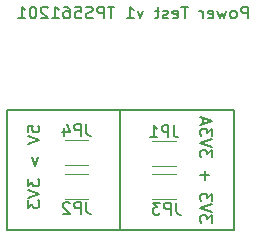
<source format=gbr>
G04 #@! TF.GenerationSoftware,KiCad,Pcbnew,(5.1.5)-3*
G04 #@! TF.CreationDate,2020-11-28T16:28:13+00:00*
G04 #@! TF.ProjectId,Retrospector_Power_Test_TPS561201,52657472-6f73-4706-9563-746f725f506f,rev?*
G04 #@! TF.SameCoordinates,Original*
G04 #@! TF.FileFunction,Legend,Bot*
G04 #@! TF.FilePolarity,Positive*
%FSLAX46Y46*%
G04 Gerber Fmt 4.6, Leading zero omitted, Abs format (unit mm)*
G04 Created by KiCad (PCBNEW (5.1.5)-3) date 2020-11-28 16:28:13*
%MOMM*%
%LPD*%
G04 APERTURE LIST*
%ADD10C,0.150000*%
%ADD11C,0.120000*%
G04 APERTURE END LIST*
D10*
X108290476Y-50852380D02*
X108290476Y-49852380D01*
X107909523Y-49852380D01*
X107814285Y-49900000D01*
X107766666Y-49947619D01*
X107719047Y-50042857D01*
X107719047Y-50185714D01*
X107766666Y-50280952D01*
X107814285Y-50328571D01*
X107909523Y-50376190D01*
X108290476Y-50376190D01*
X107147619Y-50852380D02*
X107242857Y-50804761D01*
X107290476Y-50757142D01*
X107338095Y-50661904D01*
X107338095Y-50376190D01*
X107290476Y-50280952D01*
X107242857Y-50233333D01*
X107147619Y-50185714D01*
X107004761Y-50185714D01*
X106909523Y-50233333D01*
X106861904Y-50280952D01*
X106814285Y-50376190D01*
X106814285Y-50661904D01*
X106861904Y-50757142D01*
X106909523Y-50804761D01*
X107004761Y-50852380D01*
X107147619Y-50852380D01*
X106480952Y-50185714D02*
X106290476Y-50852380D01*
X106100000Y-50376190D01*
X105909523Y-50852380D01*
X105719047Y-50185714D01*
X104957142Y-50804761D02*
X105052380Y-50852380D01*
X105242857Y-50852380D01*
X105338095Y-50804761D01*
X105385714Y-50709523D01*
X105385714Y-50328571D01*
X105338095Y-50233333D01*
X105242857Y-50185714D01*
X105052380Y-50185714D01*
X104957142Y-50233333D01*
X104909523Y-50328571D01*
X104909523Y-50423809D01*
X105385714Y-50519047D01*
X104480952Y-50852380D02*
X104480952Y-50185714D01*
X104480952Y-50376190D02*
X104433333Y-50280952D01*
X104385714Y-50233333D01*
X104290476Y-50185714D01*
X104195238Y-50185714D01*
X103242857Y-49852380D02*
X102671428Y-49852380D01*
X102957142Y-50852380D02*
X102957142Y-49852380D01*
X101957142Y-50804761D02*
X102052380Y-50852380D01*
X102242857Y-50852380D01*
X102338095Y-50804761D01*
X102385714Y-50709523D01*
X102385714Y-50328571D01*
X102338095Y-50233333D01*
X102242857Y-50185714D01*
X102052380Y-50185714D01*
X101957142Y-50233333D01*
X101909523Y-50328571D01*
X101909523Y-50423809D01*
X102385714Y-50519047D01*
X101528571Y-50804761D02*
X101433333Y-50852380D01*
X101242857Y-50852380D01*
X101147619Y-50804761D01*
X101100000Y-50709523D01*
X101100000Y-50661904D01*
X101147619Y-50566666D01*
X101242857Y-50519047D01*
X101385714Y-50519047D01*
X101480952Y-50471428D01*
X101528571Y-50376190D01*
X101528571Y-50328571D01*
X101480952Y-50233333D01*
X101385714Y-50185714D01*
X101242857Y-50185714D01*
X101147619Y-50233333D01*
X100814285Y-50185714D02*
X100433333Y-50185714D01*
X100671428Y-49852380D02*
X100671428Y-50709523D01*
X100623809Y-50804761D01*
X100528571Y-50852380D01*
X100433333Y-50852380D01*
X99433333Y-50185714D02*
X99195238Y-50852380D01*
X98957142Y-50185714D01*
X98052380Y-50852380D02*
X98623809Y-50852380D01*
X98338095Y-50852380D02*
X98338095Y-49852380D01*
X98433333Y-49995238D01*
X98528571Y-50090476D01*
X98623809Y-50138095D01*
X97004761Y-49852380D02*
X96433333Y-49852380D01*
X96719047Y-50852380D02*
X96719047Y-49852380D01*
X96100000Y-50852380D02*
X96100000Y-49852380D01*
X95719047Y-49852380D01*
X95623809Y-49900000D01*
X95576190Y-49947619D01*
X95528571Y-50042857D01*
X95528571Y-50185714D01*
X95576190Y-50280952D01*
X95623809Y-50328571D01*
X95719047Y-50376190D01*
X96100000Y-50376190D01*
X95147619Y-50804761D02*
X95004761Y-50852380D01*
X94766666Y-50852380D01*
X94671428Y-50804761D01*
X94623809Y-50757142D01*
X94576190Y-50661904D01*
X94576190Y-50566666D01*
X94623809Y-50471428D01*
X94671428Y-50423809D01*
X94766666Y-50376190D01*
X94957142Y-50328571D01*
X95052380Y-50280952D01*
X95100000Y-50233333D01*
X95147619Y-50138095D01*
X95147619Y-50042857D01*
X95100000Y-49947619D01*
X95052380Y-49900000D01*
X94957142Y-49852380D01*
X94719047Y-49852380D01*
X94576190Y-49900000D01*
X93671428Y-49852380D02*
X94147619Y-49852380D01*
X94195238Y-50328571D01*
X94147619Y-50280952D01*
X94052380Y-50233333D01*
X93814285Y-50233333D01*
X93719047Y-50280952D01*
X93671428Y-50328571D01*
X93623809Y-50423809D01*
X93623809Y-50661904D01*
X93671428Y-50757142D01*
X93719047Y-50804761D01*
X93814285Y-50852380D01*
X94052380Y-50852380D01*
X94147619Y-50804761D01*
X94195238Y-50757142D01*
X92766666Y-49852380D02*
X92957142Y-49852380D01*
X93052380Y-49900000D01*
X93100000Y-49947619D01*
X93195238Y-50090476D01*
X93242857Y-50280952D01*
X93242857Y-50661904D01*
X93195238Y-50757142D01*
X93147619Y-50804761D01*
X93052380Y-50852380D01*
X92861904Y-50852380D01*
X92766666Y-50804761D01*
X92719047Y-50757142D01*
X92671428Y-50661904D01*
X92671428Y-50423809D01*
X92719047Y-50328571D01*
X92766666Y-50280952D01*
X92861904Y-50233333D01*
X93052380Y-50233333D01*
X93147619Y-50280952D01*
X93195238Y-50328571D01*
X93242857Y-50423809D01*
X91719047Y-50852380D02*
X92290476Y-50852380D01*
X92004761Y-50852380D02*
X92004761Y-49852380D01*
X92100000Y-49995238D01*
X92195238Y-50090476D01*
X92290476Y-50138095D01*
X91338095Y-49947619D02*
X91290476Y-49900000D01*
X91195238Y-49852380D01*
X90957142Y-49852380D01*
X90861904Y-49900000D01*
X90814285Y-49947619D01*
X90766666Y-50042857D01*
X90766666Y-50138095D01*
X90814285Y-50280952D01*
X91385714Y-50852380D01*
X90766666Y-50852380D01*
X90147619Y-49852380D02*
X90052380Y-49852380D01*
X89957142Y-49900000D01*
X89909523Y-49947619D01*
X89861904Y-50042857D01*
X89814285Y-50233333D01*
X89814285Y-50471428D01*
X89861904Y-50661904D01*
X89909523Y-50757142D01*
X89957142Y-50804761D01*
X90052380Y-50852380D01*
X90147619Y-50852380D01*
X90242857Y-50804761D01*
X90290476Y-50757142D01*
X90338095Y-50661904D01*
X90385714Y-50471428D01*
X90385714Y-50233333D01*
X90338095Y-50042857D01*
X90290476Y-49947619D01*
X90242857Y-49900000D01*
X90147619Y-49852380D01*
X88861904Y-50852380D02*
X89433333Y-50852380D01*
X89147619Y-50852380D02*
X89147619Y-49852380D01*
X89242857Y-49995238D01*
X89338095Y-50090476D01*
X89433333Y-50138095D01*
X97500000Y-68800000D02*
X87900000Y-68800000D01*
X87900000Y-68800000D02*
X87900000Y-58600000D01*
X87900000Y-58600000D02*
X97500000Y-58600000D01*
X97500000Y-58600000D02*
X107100000Y-58600000D01*
X97500000Y-68800000D02*
X97500000Y-58600000D01*
X107100000Y-68800000D02*
X97500000Y-68800000D01*
X107100000Y-58600000D02*
X107100000Y-68800000D01*
X89652380Y-60447619D02*
X89652380Y-59971428D01*
X90128571Y-59923809D01*
X90080952Y-59971428D01*
X90033333Y-60066666D01*
X90033333Y-60304761D01*
X90080952Y-60400000D01*
X90128571Y-60447619D01*
X90223809Y-60495238D01*
X90461904Y-60495238D01*
X90557142Y-60447619D01*
X90604761Y-60400000D01*
X90652380Y-60304761D01*
X90652380Y-60066666D01*
X90604761Y-59971428D01*
X90557142Y-59923809D01*
X89652380Y-60780952D02*
X90652380Y-61114285D01*
X89652380Y-61447619D01*
X89985714Y-62542857D02*
X90271428Y-63304761D01*
X90557142Y-62542857D01*
X89652380Y-64447619D02*
X89652380Y-65066666D01*
X90033333Y-64733333D01*
X90033333Y-64876190D01*
X90080952Y-64971428D01*
X90128571Y-65019047D01*
X90223809Y-65066666D01*
X90461904Y-65066666D01*
X90557142Y-65019047D01*
X90604761Y-64971428D01*
X90652380Y-64876190D01*
X90652380Y-64590476D01*
X90604761Y-64495238D01*
X90557142Y-64447619D01*
X89652380Y-65352380D02*
X90652380Y-65685714D01*
X89652380Y-66019047D01*
X89652380Y-66257142D02*
X89652380Y-66876190D01*
X90033333Y-66542857D01*
X90033333Y-66685714D01*
X90080952Y-66780952D01*
X90128571Y-66828571D01*
X90223809Y-66876190D01*
X90461904Y-66876190D01*
X90557142Y-66828571D01*
X90604761Y-66780952D01*
X90652380Y-66685714D01*
X90652380Y-66400000D01*
X90604761Y-66304761D01*
X90557142Y-66257142D01*
X105247619Y-68128571D02*
X105247619Y-67509523D01*
X104866666Y-67842857D01*
X104866666Y-67700000D01*
X104819047Y-67604761D01*
X104771428Y-67557142D01*
X104676190Y-67509523D01*
X104438095Y-67509523D01*
X104342857Y-67557142D01*
X104295238Y-67604761D01*
X104247619Y-67700000D01*
X104247619Y-67985714D01*
X104295238Y-68080952D01*
X104342857Y-68128571D01*
X105247619Y-67223809D02*
X104247619Y-66890476D01*
X105247619Y-66557142D01*
X105247619Y-66319047D02*
X105247619Y-65700000D01*
X104866666Y-66033333D01*
X104866666Y-65890476D01*
X104819047Y-65795238D01*
X104771428Y-65747619D01*
X104676190Y-65700000D01*
X104438095Y-65700000D01*
X104342857Y-65747619D01*
X104295238Y-65795238D01*
X104247619Y-65890476D01*
X104247619Y-66176190D01*
X104295238Y-66271428D01*
X104342857Y-66319047D01*
X104628571Y-64509523D02*
X104628571Y-63747619D01*
X104247619Y-64128571D02*
X105009523Y-64128571D01*
X105247619Y-62604761D02*
X105247619Y-61985714D01*
X104866666Y-62319047D01*
X104866666Y-62176190D01*
X104819047Y-62080952D01*
X104771428Y-62033333D01*
X104676190Y-61985714D01*
X104438095Y-61985714D01*
X104342857Y-62033333D01*
X104295238Y-62080952D01*
X104247619Y-62176190D01*
X104247619Y-62461904D01*
X104295238Y-62557142D01*
X104342857Y-62604761D01*
X105247619Y-61700000D02*
X104247619Y-61366666D01*
X105247619Y-61033333D01*
X105247619Y-60795238D02*
X105247619Y-60176190D01*
X104866666Y-60509523D01*
X104866666Y-60366666D01*
X104819047Y-60271428D01*
X104771428Y-60223809D01*
X104676190Y-60176190D01*
X104438095Y-60176190D01*
X104342857Y-60223809D01*
X104295238Y-60271428D01*
X104247619Y-60366666D01*
X104247619Y-60652380D01*
X104295238Y-60747619D01*
X104342857Y-60795238D01*
X104533333Y-59795238D02*
X104533333Y-59319047D01*
X104247619Y-59890476D02*
X105247619Y-59557142D01*
X104247619Y-59223809D01*
D11*
X92800000Y-63270000D02*
X94800000Y-63270000D01*
X94800000Y-61130000D02*
X92800000Y-61130000D01*
X100200000Y-66170000D02*
X102200000Y-66170000D01*
X102200000Y-64030000D02*
X100200000Y-64030000D01*
X94800000Y-64030000D02*
X92800000Y-64030000D01*
X92800000Y-66170000D02*
X94800000Y-66170000D01*
X100200000Y-63370000D02*
X102200000Y-63370000D01*
X102200000Y-61230000D02*
X100200000Y-61230000D01*
D10*
X94633333Y-59802380D02*
X94633333Y-60516666D01*
X94680952Y-60659523D01*
X94776190Y-60754761D01*
X94919047Y-60802380D01*
X95014285Y-60802380D01*
X94157142Y-60802380D02*
X94157142Y-59802380D01*
X93776190Y-59802380D01*
X93680952Y-59850000D01*
X93633333Y-59897619D01*
X93585714Y-59992857D01*
X93585714Y-60135714D01*
X93633333Y-60230952D01*
X93680952Y-60278571D01*
X93776190Y-60326190D01*
X94157142Y-60326190D01*
X92728571Y-60135714D02*
X92728571Y-60802380D01*
X92966666Y-59754761D02*
X93204761Y-60469047D01*
X92585714Y-60469047D01*
X102233333Y-66452380D02*
X102233333Y-67166666D01*
X102280952Y-67309523D01*
X102376190Y-67404761D01*
X102519047Y-67452380D01*
X102614285Y-67452380D01*
X101757142Y-67452380D02*
X101757142Y-66452380D01*
X101376190Y-66452380D01*
X101280952Y-66500000D01*
X101233333Y-66547619D01*
X101185714Y-66642857D01*
X101185714Y-66785714D01*
X101233333Y-66880952D01*
X101280952Y-66928571D01*
X101376190Y-66976190D01*
X101757142Y-66976190D01*
X100852380Y-66452380D02*
X100233333Y-66452380D01*
X100566666Y-66833333D01*
X100423809Y-66833333D01*
X100328571Y-66880952D01*
X100280952Y-66928571D01*
X100233333Y-67023809D01*
X100233333Y-67261904D01*
X100280952Y-67357142D01*
X100328571Y-67404761D01*
X100423809Y-67452380D01*
X100709523Y-67452380D01*
X100804761Y-67404761D01*
X100852380Y-67357142D01*
X94633333Y-66402380D02*
X94633333Y-67116666D01*
X94680952Y-67259523D01*
X94776190Y-67354761D01*
X94919047Y-67402380D01*
X95014285Y-67402380D01*
X94157142Y-67402380D02*
X94157142Y-66402380D01*
X93776190Y-66402380D01*
X93680952Y-66450000D01*
X93633333Y-66497619D01*
X93585714Y-66592857D01*
X93585714Y-66735714D01*
X93633333Y-66830952D01*
X93680952Y-66878571D01*
X93776190Y-66926190D01*
X94157142Y-66926190D01*
X93204761Y-66497619D02*
X93157142Y-66450000D01*
X93061904Y-66402380D01*
X92823809Y-66402380D01*
X92728571Y-66450000D01*
X92680952Y-66497619D01*
X92633333Y-66592857D01*
X92633333Y-66688095D01*
X92680952Y-66830952D01*
X93252380Y-67402380D01*
X92633333Y-67402380D01*
X102033333Y-59902380D02*
X102033333Y-60616666D01*
X102080952Y-60759523D01*
X102176190Y-60854761D01*
X102319047Y-60902380D01*
X102414285Y-60902380D01*
X101557142Y-60902380D02*
X101557142Y-59902380D01*
X101176190Y-59902380D01*
X101080952Y-59950000D01*
X101033333Y-59997619D01*
X100985714Y-60092857D01*
X100985714Y-60235714D01*
X101033333Y-60330952D01*
X101080952Y-60378571D01*
X101176190Y-60426190D01*
X101557142Y-60426190D01*
X100033333Y-60902380D02*
X100604761Y-60902380D01*
X100319047Y-60902380D02*
X100319047Y-59902380D01*
X100414285Y-60045238D01*
X100509523Y-60140476D01*
X100604761Y-60188095D01*
M02*

</source>
